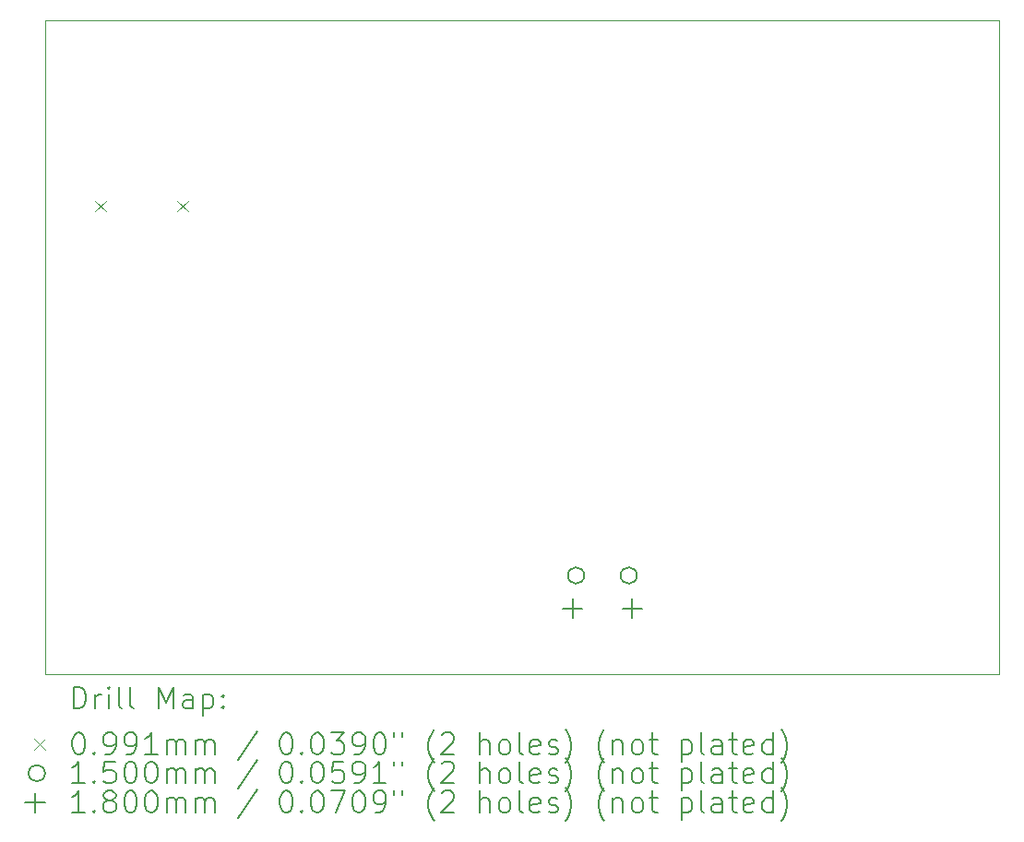
<source format=gbr>
%TF.GenerationSoftware,KiCad,Pcbnew,8.0.0*%
%TF.CreationDate,2024-03-17T16:54:24+01:00*%
%TF.ProjectId,soundgun,736f756e-6467-4756-9e2e-6b696361645f,rev?*%
%TF.SameCoordinates,Original*%
%TF.FileFunction,Drillmap*%
%TF.FilePolarity,Positive*%
%FSLAX45Y45*%
G04 Gerber Fmt 4.5, Leading zero omitted, Abs format (unit mm)*
G04 Created by KiCad (PCBNEW 8.0.0) date 2024-03-17 16:54:24*
%MOMM*%
%LPD*%
G01*
G04 APERTURE LIST*
%ADD10C,0.100000*%
%ADD11C,0.200000*%
%ADD12C,0.150000*%
%ADD13C,0.180000*%
G04 APERTURE END LIST*
D10*
X8000000Y-6000000D02*
X16750000Y-6000000D01*
X16750000Y-12000000D01*
X8000000Y-12000000D01*
X8000000Y-6000000D01*
D11*
D10*
X8456421Y-7654513D02*
X8555481Y-7753573D01*
X8555481Y-7654513D02*
X8456421Y-7753573D01*
X9206421Y-7654513D02*
X9305481Y-7753573D01*
X9305481Y-7654513D02*
X9206421Y-7753573D01*
D12*
X12943500Y-11094000D02*
G75*
G02*
X12793500Y-11094000I-75000J0D01*
G01*
X12793500Y-11094000D02*
G75*
G02*
X12943500Y-11094000I75000J0D01*
G01*
X13428500Y-11094000D02*
G75*
G02*
X13278500Y-11094000I-75000J0D01*
G01*
X13278500Y-11094000D02*
G75*
G02*
X13428500Y-11094000I75000J0D01*
G01*
D13*
X12838500Y-11307000D02*
X12838500Y-11487000D01*
X12748500Y-11397000D02*
X12928500Y-11397000D01*
X13383500Y-11307000D02*
X13383500Y-11487000D01*
X13293500Y-11397000D02*
X13473500Y-11397000D01*
D11*
X8255777Y-12316484D02*
X8255777Y-12116484D01*
X8255777Y-12116484D02*
X8303396Y-12116484D01*
X8303396Y-12116484D02*
X8331967Y-12126008D01*
X8331967Y-12126008D02*
X8351015Y-12145055D01*
X8351015Y-12145055D02*
X8360539Y-12164103D01*
X8360539Y-12164103D02*
X8370062Y-12202198D01*
X8370062Y-12202198D02*
X8370062Y-12230769D01*
X8370062Y-12230769D02*
X8360539Y-12268865D01*
X8360539Y-12268865D02*
X8351015Y-12287912D01*
X8351015Y-12287912D02*
X8331967Y-12306960D01*
X8331967Y-12306960D02*
X8303396Y-12316484D01*
X8303396Y-12316484D02*
X8255777Y-12316484D01*
X8455777Y-12316484D02*
X8455777Y-12183150D01*
X8455777Y-12221246D02*
X8465301Y-12202198D01*
X8465301Y-12202198D02*
X8474824Y-12192674D01*
X8474824Y-12192674D02*
X8493872Y-12183150D01*
X8493872Y-12183150D02*
X8512920Y-12183150D01*
X8579586Y-12316484D02*
X8579586Y-12183150D01*
X8579586Y-12116484D02*
X8570063Y-12126008D01*
X8570063Y-12126008D02*
X8579586Y-12135531D01*
X8579586Y-12135531D02*
X8589110Y-12126008D01*
X8589110Y-12126008D02*
X8579586Y-12116484D01*
X8579586Y-12116484D02*
X8579586Y-12135531D01*
X8703396Y-12316484D02*
X8684348Y-12306960D01*
X8684348Y-12306960D02*
X8674824Y-12287912D01*
X8674824Y-12287912D02*
X8674824Y-12116484D01*
X8808158Y-12316484D02*
X8789110Y-12306960D01*
X8789110Y-12306960D02*
X8779586Y-12287912D01*
X8779586Y-12287912D02*
X8779586Y-12116484D01*
X9036729Y-12316484D02*
X9036729Y-12116484D01*
X9036729Y-12116484D02*
X9103396Y-12259341D01*
X9103396Y-12259341D02*
X9170063Y-12116484D01*
X9170063Y-12116484D02*
X9170063Y-12316484D01*
X9351015Y-12316484D02*
X9351015Y-12211722D01*
X9351015Y-12211722D02*
X9341491Y-12192674D01*
X9341491Y-12192674D02*
X9322444Y-12183150D01*
X9322444Y-12183150D02*
X9284348Y-12183150D01*
X9284348Y-12183150D02*
X9265301Y-12192674D01*
X9351015Y-12306960D02*
X9331967Y-12316484D01*
X9331967Y-12316484D02*
X9284348Y-12316484D01*
X9284348Y-12316484D02*
X9265301Y-12306960D01*
X9265301Y-12306960D02*
X9255777Y-12287912D01*
X9255777Y-12287912D02*
X9255777Y-12268865D01*
X9255777Y-12268865D02*
X9265301Y-12249817D01*
X9265301Y-12249817D02*
X9284348Y-12240293D01*
X9284348Y-12240293D02*
X9331967Y-12240293D01*
X9331967Y-12240293D02*
X9351015Y-12230769D01*
X9446253Y-12183150D02*
X9446253Y-12383150D01*
X9446253Y-12192674D02*
X9465301Y-12183150D01*
X9465301Y-12183150D02*
X9503396Y-12183150D01*
X9503396Y-12183150D02*
X9522444Y-12192674D01*
X9522444Y-12192674D02*
X9531967Y-12202198D01*
X9531967Y-12202198D02*
X9541491Y-12221246D01*
X9541491Y-12221246D02*
X9541491Y-12278388D01*
X9541491Y-12278388D02*
X9531967Y-12297436D01*
X9531967Y-12297436D02*
X9522444Y-12306960D01*
X9522444Y-12306960D02*
X9503396Y-12316484D01*
X9503396Y-12316484D02*
X9465301Y-12316484D01*
X9465301Y-12316484D02*
X9446253Y-12306960D01*
X9627205Y-12297436D02*
X9636729Y-12306960D01*
X9636729Y-12306960D02*
X9627205Y-12316484D01*
X9627205Y-12316484D02*
X9617682Y-12306960D01*
X9617682Y-12306960D02*
X9627205Y-12297436D01*
X9627205Y-12297436D02*
X9627205Y-12316484D01*
X9627205Y-12192674D02*
X9636729Y-12202198D01*
X9636729Y-12202198D02*
X9627205Y-12211722D01*
X9627205Y-12211722D02*
X9617682Y-12202198D01*
X9617682Y-12202198D02*
X9627205Y-12192674D01*
X9627205Y-12192674D02*
X9627205Y-12211722D01*
D10*
X7895940Y-12595470D02*
X7995000Y-12694530D01*
X7995000Y-12595470D02*
X7895940Y-12694530D01*
D11*
X8293872Y-12536484D02*
X8312920Y-12536484D01*
X8312920Y-12536484D02*
X8331967Y-12546008D01*
X8331967Y-12546008D02*
X8341491Y-12555531D01*
X8341491Y-12555531D02*
X8351015Y-12574579D01*
X8351015Y-12574579D02*
X8360539Y-12612674D01*
X8360539Y-12612674D02*
X8360539Y-12660293D01*
X8360539Y-12660293D02*
X8351015Y-12698388D01*
X8351015Y-12698388D02*
X8341491Y-12717436D01*
X8341491Y-12717436D02*
X8331967Y-12726960D01*
X8331967Y-12726960D02*
X8312920Y-12736484D01*
X8312920Y-12736484D02*
X8293872Y-12736484D01*
X8293872Y-12736484D02*
X8274824Y-12726960D01*
X8274824Y-12726960D02*
X8265301Y-12717436D01*
X8265301Y-12717436D02*
X8255777Y-12698388D01*
X8255777Y-12698388D02*
X8246253Y-12660293D01*
X8246253Y-12660293D02*
X8246253Y-12612674D01*
X8246253Y-12612674D02*
X8255777Y-12574579D01*
X8255777Y-12574579D02*
X8265301Y-12555531D01*
X8265301Y-12555531D02*
X8274824Y-12546008D01*
X8274824Y-12546008D02*
X8293872Y-12536484D01*
X8446253Y-12717436D02*
X8455777Y-12726960D01*
X8455777Y-12726960D02*
X8446253Y-12736484D01*
X8446253Y-12736484D02*
X8436729Y-12726960D01*
X8436729Y-12726960D02*
X8446253Y-12717436D01*
X8446253Y-12717436D02*
X8446253Y-12736484D01*
X8551015Y-12736484D02*
X8589110Y-12736484D01*
X8589110Y-12736484D02*
X8608158Y-12726960D01*
X8608158Y-12726960D02*
X8617682Y-12717436D01*
X8617682Y-12717436D02*
X8636729Y-12688865D01*
X8636729Y-12688865D02*
X8646253Y-12650769D01*
X8646253Y-12650769D02*
X8646253Y-12574579D01*
X8646253Y-12574579D02*
X8636729Y-12555531D01*
X8636729Y-12555531D02*
X8627205Y-12546008D01*
X8627205Y-12546008D02*
X8608158Y-12536484D01*
X8608158Y-12536484D02*
X8570063Y-12536484D01*
X8570063Y-12536484D02*
X8551015Y-12546008D01*
X8551015Y-12546008D02*
X8541491Y-12555531D01*
X8541491Y-12555531D02*
X8531967Y-12574579D01*
X8531967Y-12574579D02*
X8531967Y-12622198D01*
X8531967Y-12622198D02*
X8541491Y-12641246D01*
X8541491Y-12641246D02*
X8551015Y-12650769D01*
X8551015Y-12650769D02*
X8570063Y-12660293D01*
X8570063Y-12660293D02*
X8608158Y-12660293D01*
X8608158Y-12660293D02*
X8627205Y-12650769D01*
X8627205Y-12650769D02*
X8636729Y-12641246D01*
X8636729Y-12641246D02*
X8646253Y-12622198D01*
X8741491Y-12736484D02*
X8779586Y-12736484D01*
X8779586Y-12736484D02*
X8798634Y-12726960D01*
X8798634Y-12726960D02*
X8808158Y-12717436D01*
X8808158Y-12717436D02*
X8827205Y-12688865D01*
X8827205Y-12688865D02*
X8836729Y-12650769D01*
X8836729Y-12650769D02*
X8836729Y-12574579D01*
X8836729Y-12574579D02*
X8827205Y-12555531D01*
X8827205Y-12555531D02*
X8817682Y-12546008D01*
X8817682Y-12546008D02*
X8798634Y-12536484D01*
X8798634Y-12536484D02*
X8760539Y-12536484D01*
X8760539Y-12536484D02*
X8741491Y-12546008D01*
X8741491Y-12546008D02*
X8731967Y-12555531D01*
X8731967Y-12555531D02*
X8722444Y-12574579D01*
X8722444Y-12574579D02*
X8722444Y-12622198D01*
X8722444Y-12622198D02*
X8731967Y-12641246D01*
X8731967Y-12641246D02*
X8741491Y-12650769D01*
X8741491Y-12650769D02*
X8760539Y-12660293D01*
X8760539Y-12660293D02*
X8798634Y-12660293D01*
X8798634Y-12660293D02*
X8817682Y-12650769D01*
X8817682Y-12650769D02*
X8827205Y-12641246D01*
X8827205Y-12641246D02*
X8836729Y-12622198D01*
X9027205Y-12736484D02*
X8912920Y-12736484D01*
X8970063Y-12736484D02*
X8970063Y-12536484D01*
X8970063Y-12536484D02*
X8951015Y-12565055D01*
X8951015Y-12565055D02*
X8931967Y-12584103D01*
X8931967Y-12584103D02*
X8912920Y-12593627D01*
X9112920Y-12736484D02*
X9112920Y-12603150D01*
X9112920Y-12622198D02*
X9122444Y-12612674D01*
X9122444Y-12612674D02*
X9141491Y-12603150D01*
X9141491Y-12603150D02*
X9170063Y-12603150D01*
X9170063Y-12603150D02*
X9189110Y-12612674D01*
X9189110Y-12612674D02*
X9198634Y-12631722D01*
X9198634Y-12631722D02*
X9198634Y-12736484D01*
X9198634Y-12631722D02*
X9208158Y-12612674D01*
X9208158Y-12612674D02*
X9227205Y-12603150D01*
X9227205Y-12603150D02*
X9255777Y-12603150D01*
X9255777Y-12603150D02*
X9274825Y-12612674D01*
X9274825Y-12612674D02*
X9284348Y-12631722D01*
X9284348Y-12631722D02*
X9284348Y-12736484D01*
X9379586Y-12736484D02*
X9379586Y-12603150D01*
X9379586Y-12622198D02*
X9389110Y-12612674D01*
X9389110Y-12612674D02*
X9408158Y-12603150D01*
X9408158Y-12603150D02*
X9436729Y-12603150D01*
X9436729Y-12603150D02*
X9455777Y-12612674D01*
X9455777Y-12612674D02*
X9465301Y-12631722D01*
X9465301Y-12631722D02*
X9465301Y-12736484D01*
X9465301Y-12631722D02*
X9474825Y-12612674D01*
X9474825Y-12612674D02*
X9493872Y-12603150D01*
X9493872Y-12603150D02*
X9522444Y-12603150D01*
X9522444Y-12603150D02*
X9541491Y-12612674D01*
X9541491Y-12612674D02*
X9551015Y-12631722D01*
X9551015Y-12631722D02*
X9551015Y-12736484D01*
X9941491Y-12526960D02*
X9770063Y-12784103D01*
X10198634Y-12536484D02*
X10217682Y-12536484D01*
X10217682Y-12536484D02*
X10236729Y-12546008D01*
X10236729Y-12546008D02*
X10246253Y-12555531D01*
X10246253Y-12555531D02*
X10255777Y-12574579D01*
X10255777Y-12574579D02*
X10265301Y-12612674D01*
X10265301Y-12612674D02*
X10265301Y-12660293D01*
X10265301Y-12660293D02*
X10255777Y-12698388D01*
X10255777Y-12698388D02*
X10246253Y-12717436D01*
X10246253Y-12717436D02*
X10236729Y-12726960D01*
X10236729Y-12726960D02*
X10217682Y-12736484D01*
X10217682Y-12736484D02*
X10198634Y-12736484D01*
X10198634Y-12736484D02*
X10179587Y-12726960D01*
X10179587Y-12726960D02*
X10170063Y-12717436D01*
X10170063Y-12717436D02*
X10160539Y-12698388D01*
X10160539Y-12698388D02*
X10151015Y-12660293D01*
X10151015Y-12660293D02*
X10151015Y-12612674D01*
X10151015Y-12612674D02*
X10160539Y-12574579D01*
X10160539Y-12574579D02*
X10170063Y-12555531D01*
X10170063Y-12555531D02*
X10179587Y-12546008D01*
X10179587Y-12546008D02*
X10198634Y-12536484D01*
X10351015Y-12717436D02*
X10360539Y-12726960D01*
X10360539Y-12726960D02*
X10351015Y-12736484D01*
X10351015Y-12736484D02*
X10341491Y-12726960D01*
X10341491Y-12726960D02*
X10351015Y-12717436D01*
X10351015Y-12717436D02*
X10351015Y-12736484D01*
X10484348Y-12536484D02*
X10503396Y-12536484D01*
X10503396Y-12536484D02*
X10522444Y-12546008D01*
X10522444Y-12546008D02*
X10531968Y-12555531D01*
X10531968Y-12555531D02*
X10541491Y-12574579D01*
X10541491Y-12574579D02*
X10551015Y-12612674D01*
X10551015Y-12612674D02*
X10551015Y-12660293D01*
X10551015Y-12660293D02*
X10541491Y-12698388D01*
X10541491Y-12698388D02*
X10531968Y-12717436D01*
X10531968Y-12717436D02*
X10522444Y-12726960D01*
X10522444Y-12726960D02*
X10503396Y-12736484D01*
X10503396Y-12736484D02*
X10484348Y-12736484D01*
X10484348Y-12736484D02*
X10465301Y-12726960D01*
X10465301Y-12726960D02*
X10455777Y-12717436D01*
X10455777Y-12717436D02*
X10446253Y-12698388D01*
X10446253Y-12698388D02*
X10436729Y-12660293D01*
X10436729Y-12660293D02*
X10436729Y-12612674D01*
X10436729Y-12612674D02*
X10446253Y-12574579D01*
X10446253Y-12574579D02*
X10455777Y-12555531D01*
X10455777Y-12555531D02*
X10465301Y-12546008D01*
X10465301Y-12546008D02*
X10484348Y-12536484D01*
X10617682Y-12536484D02*
X10741491Y-12536484D01*
X10741491Y-12536484D02*
X10674825Y-12612674D01*
X10674825Y-12612674D02*
X10703396Y-12612674D01*
X10703396Y-12612674D02*
X10722444Y-12622198D01*
X10722444Y-12622198D02*
X10731968Y-12631722D01*
X10731968Y-12631722D02*
X10741491Y-12650769D01*
X10741491Y-12650769D02*
X10741491Y-12698388D01*
X10741491Y-12698388D02*
X10731968Y-12717436D01*
X10731968Y-12717436D02*
X10722444Y-12726960D01*
X10722444Y-12726960D02*
X10703396Y-12736484D01*
X10703396Y-12736484D02*
X10646253Y-12736484D01*
X10646253Y-12736484D02*
X10627206Y-12726960D01*
X10627206Y-12726960D02*
X10617682Y-12717436D01*
X10836729Y-12736484D02*
X10874825Y-12736484D01*
X10874825Y-12736484D02*
X10893872Y-12726960D01*
X10893872Y-12726960D02*
X10903396Y-12717436D01*
X10903396Y-12717436D02*
X10922444Y-12688865D01*
X10922444Y-12688865D02*
X10931968Y-12650769D01*
X10931968Y-12650769D02*
X10931968Y-12574579D01*
X10931968Y-12574579D02*
X10922444Y-12555531D01*
X10922444Y-12555531D02*
X10912920Y-12546008D01*
X10912920Y-12546008D02*
X10893872Y-12536484D01*
X10893872Y-12536484D02*
X10855777Y-12536484D01*
X10855777Y-12536484D02*
X10836729Y-12546008D01*
X10836729Y-12546008D02*
X10827206Y-12555531D01*
X10827206Y-12555531D02*
X10817682Y-12574579D01*
X10817682Y-12574579D02*
X10817682Y-12622198D01*
X10817682Y-12622198D02*
X10827206Y-12641246D01*
X10827206Y-12641246D02*
X10836729Y-12650769D01*
X10836729Y-12650769D02*
X10855777Y-12660293D01*
X10855777Y-12660293D02*
X10893872Y-12660293D01*
X10893872Y-12660293D02*
X10912920Y-12650769D01*
X10912920Y-12650769D02*
X10922444Y-12641246D01*
X10922444Y-12641246D02*
X10931968Y-12622198D01*
X11055777Y-12536484D02*
X11074825Y-12536484D01*
X11074825Y-12536484D02*
X11093872Y-12546008D01*
X11093872Y-12546008D02*
X11103396Y-12555531D01*
X11103396Y-12555531D02*
X11112920Y-12574579D01*
X11112920Y-12574579D02*
X11122444Y-12612674D01*
X11122444Y-12612674D02*
X11122444Y-12660293D01*
X11122444Y-12660293D02*
X11112920Y-12698388D01*
X11112920Y-12698388D02*
X11103396Y-12717436D01*
X11103396Y-12717436D02*
X11093872Y-12726960D01*
X11093872Y-12726960D02*
X11074825Y-12736484D01*
X11074825Y-12736484D02*
X11055777Y-12736484D01*
X11055777Y-12736484D02*
X11036729Y-12726960D01*
X11036729Y-12726960D02*
X11027206Y-12717436D01*
X11027206Y-12717436D02*
X11017682Y-12698388D01*
X11017682Y-12698388D02*
X11008158Y-12660293D01*
X11008158Y-12660293D02*
X11008158Y-12612674D01*
X11008158Y-12612674D02*
X11017682Y-12574579D01*
X11017682Y-12574579D02*
X11027206Y-12555531D01*
X11027206Y-12555531D02*
X11036729Y-12546008D01*
X11036729Y-12546008D02*
X11055777Y-12536484D01*
X11198634Y-12536484D02*
X11198634Y-12574579D01*
X11274825Y-12536484D02*
X11274825Y-12574579D01*
X11570063Y-12812674D02*
X11560539Y-12803150D01*
X11560539Y-12803150D02*
X11541491Y-12774579D01*
X11541491Y-12774579D02*
X11531968Y-12755531D01*
X11531968Y-12755531D02*
X11522444Y-12726960D01*
X11522444Y-12726960D02*
X11512920Y-12679341D01*
X11512920Y-12679341D02*
X11512920Y-12641246D01*
X11512920Y-12641246D02*
X11522444Y-12593627D01*
X11522444Y-12593627D02*
X11531968Y-12565055D01*
X11531968Y-12565055D02*
X11541491Y-12546008D01*
X11541491Y-12546008D02*
X11560539Y-12517436D01*
X11560539Y-12517436D02*
X11570063Y-12507912D01*
X11636729Y-12555531D02*
X11646253Y-12546008D01*
X11646253Y-12546008D02*
X11665301Y-12536484D01*
X11665301Y-12536484D02*
X11712920Y-12536484D01*
X11712920Y-12536484D02*
X11731968Y-12546008D01*
X11731968Y-12546008D02*
X11741491Y-12555531D01*
X11741491Y-12555531D02*
X11751015Y-12574579D01*
X11751015Y-12574579D02*
X11751015Y-12593627D01*
X11751015Y-12593627D02*
X11741491Y-12622198D01*
X11741491Y-12622198D02*
X11627206Y-12736484D01*
X11627206Y-12736484D02*
X11751015Y-12736484D01*
X11989110Y-12736484D02*
X11989110Y-12536484D01*
X12074825Y-12736484D02*
X12074825Y-12631722D01*
X12074825Y-12631722D02*
X12065301Y-12612674D01*
X12065301Y-12612674D02*
X12046253Y-12603150D01*
X12046253Y-12603150D02*
X12017682Y-12603150D01*
X12017682Y-12603150D02*
X11998634Y-12612674D01*
X11998634Y-12612674D02*
X11989110Y-12622198D01*
X12198634Y-12736484D02*
X12179587Y-12726960D01*
X12179587Y-12726960D02*
X12170063Y-12717436D01*
X12170063Y-12717436D02*
X12160539Y-12698388D01*
X12160539Y-12698388D02*
X12160539Y-12641246D01*
X12160539Y-12641246D02*
X12170063Y-12622198D01*
X12170063Y-12622198D02*
X12179587Y-12612674D01*
X12179587Y-12612674D02*
X12198634Y-12603150D01*
X12198634Y-12603150D02*
X12227206Y-12603150D01*
X12227206Y-12603150D02*
X12246253Y-12612674D01*
X12246253Y-12612674D02*
X12255777Y-12622198D01*
X12255777Y-12622198D02*
X12265301Y-12641246D01*
X12265301Y-12641246D02*
X12265301Y-12698388D01*
X12265301Y-12698388D02*
X12255777Y-12717436D01*
X12255777Y-12717436D02*
X12246253Y-12726960D01*
X12246253Y-12726960D02*
X12227206Y-12736484D01*
X12227206Y-12736484D02*
X12198634Y-12736484D01*
X12379587Y-12736484D02*
X12360539Y-12726960D01*
X12360539Y-12726960D02*
X12351015Y-12707912D01*
X12351015Y-12707912D02*
X12351015Y-12536484D01*
X12531968Y-12726960D02*
X12512920Y-12736484D01*
X12512920Y-12736484D02*
X12474825Y-12736484D01*
X12474825Y-12736484D02*
X12455777Y-12726960D01*
X12455777Y-12726960D02*
X12446253Y-12707912D01*
X12446253Y-12707912D02*
X12446253Y-12631722D01*
X12446253Y-12631722D02*
X12455777Y-12612674D01*
X12455777Y-12612674D02*
X12474825Y-12603150D01*
X12474825Y-12603150D02*
X12512920Y-12603150D01*
X12512920Y-12603150D02*
X12531968Y-12612674D01*
X12531968Y-12612674D02*
X12541491Y-12631722D01*
X12541491Y-12631722D02*
X12541491Y-12650769D01*
X12541491Y-12650769D02*
X12446253Y-12669817D01*
X12617682Y-12726960D02*
X12636730Y-12736484D01*
X12636730Y-12736484D02*
X12674825Y-12736484D01*
X12674825Y-12736484D02*
X12693872Y-12726960D01*
X12693872Y-12726960D02*
X12703396Y-12707912D01*
X12703396Y-12707912D02*
X12703396Y-12698388D01*
X12703396Y-12698388D02*
X12693872Y-12679341D01*
X12693872Y-12679341D02*
X12674825Y-12669817D01*
X12674825Y-12669817D02*
X12646253Y-12669817D01*
X12646253Y-12669817D02*
X12627206Y-12660293D01*
X12627206Y-12660293D02*
X12617682Y-12641246D01*
X12617682Y-12641246D02*
X12617682Y-12631722D01*
X12617682Y-12631722D02*
X12627206Y-12612674D01*
X12627206Y-12612674D02*
X12646253Y-12603150D01*
X12646253Y-12603150D02*
X12674825Y-12603150D01*
X12674825Y-12603150D02*
X12693872Y-12612674D01*
X12770063Y-12812674D02*
X12779587Y-12803150D01*
X12779587Y-12803150D02*
X12798634Y-12774579D01*
X12798634Y-12774579D02*
X12808158Y-12755531D01*
X12808158Y-12755531D02*
X12817682Y-12726960D01*
X12817682Y-12726960D02*
X12827206Y-12679341D01*
X12827206Y-12679341D02*
X12827206Y-12641246D01*
X12827206Y-12641246D02*
X12817682Y-12593627D01*
X12817682Y-12593627D02*
X12808158Y-12565055D01*
X12808158Y-12565055D02*
X12798634Y-12546008D01*
X12798634Y-12546008D02*
X12779587Y-12517436D01*
X12779587Y-12517436D02*
X12770063Y-12507912D01*
X13131968Y-12812674D02*
X13122444Y-12803150D01*
X13122444Y-12803150D02*
X13103396Y-12774579D01*
X13103396Y-12774579D02*
X13093872Y-12755531D01*
X13093872Y-12755531D02*
X13084349Y-12726960D01*
X13084349Y-12726960D02*
X13074825Y-12679341D01*
X13074825Y-12679341D02*
X13074825Y-12641246D01*
X13074825Y-12641246D02*
X13084349Y-12593627D01*
X13084349Y-12593627D02*
X13093872Y-12565055D01*
X13093872Y-12565055D02*
X13103396Y-12546008D01*
X13103396Y-12546008D02*
X13122444Y-12517436D01*
X13122444Y-12517436D02*
X13131968Y-12507912D01*
X13208158Y-12603150D02*
X13208158Y-12736484D01*
X13208158Y-12622198D02*
X13217682Y-12612674D01*
X13217682Y-12612674D02*
X13236730Y-12603150D01*
X13236730Y-12603150D02*
X13265301Y-12603150D01*
X13265301Y-12603150D02*
X13284349Y-12612674D01*
X13284349Y-12612674D02*
X13293872Y-12631722D01*
X13293872Y-12631722D02*
X13293872Y-12736484D01*
X13417682Y-12736484D02*
X13398634Y-12726960D01*
X13398634Y-12726960D02*
X13389111Y-12717436D01*
X13389111Y-12717436D02*
X13379587Y-12698388D01*
X13379587Y-12698388D02*
X13379587Y-12641246D01*
X13379587Y-12641246D02*
X13389111Y-12622198D01*
X13389111Y-12622198D02*
X13398634Y-12612674D01*
X13398634Y-12612674D02*
X13417682Y-12603150D01*
X13417682Y-12603150D02*
X13446253Y-12603150D01*
X13446253Y-12603150D02*
X13465301Y-12612674D01*
X13465301Y-12612674D02*
X13474825Y-12622198D01*
X13474825Y-12622198D02*
X13484349Y-12641246D01*
X13484349Y-12641246D02*
X13484349Y-12698388D01*
X13484349Y-12698388D02*
X13474825Y-12717436D01*
X13474825Y-12717436D02*
X13465301Y-12726960D01*
X13465301Y-12726960D02*
X13446253Y-12736484D01*
X13446253Y-12736484D02*
X13417682Y-12736484D01*
X13541492Y-12603150D02*
X13617682Y-12603150D01*
X13570063Y-12536484D02*
X13570063Y-12707912D01*
X13570063Y-12707912D02*
X13579587Y-12726960D01*
X13579587Y-12726960D02*
X13598634Y-12736484D01*
X13598634Y-12736484D02*
X13617682Y-12736484D01*
X13836730Y-12603150D02*
X13836730Y-12803150D01*
X13836730Y-12612674D02*
X13855777Y-12603150D01*
X13855777Y-12603150D02*
X13893873Y-12603150D01*
X13893873Y-12603150D02*
X13912920Y-12612674D01*
X13912920Y-12612674D02*
X13922444Y-12622198D01*
X13922444Y-12622198D02*
X13931968Y-12641246D01*
X13931968Y-12641246D02*
X13931968Y-12698388D01*
X13931968Y-12698388D02*
X13922444Y-12717436D01*
X13922444Y-12717436D02*
X13912920Y-12726960D01*
X13912920Y-12726960D02*
X13893873Y-12736484D01*
X13893873Y-12736484D02*
X13855777Y-12736484D01*
X13855777Y-12736484D02*
X13836730Y-12726960D01*
X14046253Y-12736484D02*
X14027206Y-12726960D01*
X14027206Y-12726960D02*
X14017682Y-12707912D01*
X14017682Y-12707912D02*
X14017682Y-12536484D01*
X14208158Y-12736484D02*
X14208158Y-12631722D01*
X14208158Y-12631722D02*
X14198634Y-12612674D01*
X14198634Y-12612674D02*
X14179587Y-12603150D01*
X14179587Y-12603150D02*
X14141492Y-12603150D01*
X14141492Y-12603150D02*
X14122444Y-12612674D01*
X14208158Y-12726960D02*
X14189111Y-12736484D01*
X14189111Y-12736484D02*
X14141492Y-12736484D01*
X14141492Y-12736484D02*
X14122444Y-12726960D01*
X14122444Y-12726960D02*
X14112920Y-12707912D01*
X14112920Y-12707912D02*
X14112920Y-12688865D01*
X14112920Y-12688865D02*
X14122444Y-12669817D01*
X14122444Y-12669817D02*
X14141492Y-12660293D01*
X14141492Y-12660293D02*
X14189111Y-12660293D01*
X14189111Y-12660293D02*
X14208158Y-12650769D01*
X14274825Y-12603150D02*
X14351015Y-12603150D01*
X14303396Y-12536484D02*
X14303396Y-12707912D01*
X14303396Y-12707912D02*
X14312920Y-12726960D01*
X14312920Y-12726960D02*
X14331968Y-12736484D01*
X14331968Y-12736484D02*
X14351015Y-12736484D01*
X14493873Y-12726960D02*
X14474825Y-12736484D01*
X14474825Y-12736484D02*
X14436730Y-12736484D01*
X14436730Y-12736484D02*
X14417682Y-12726960D01*
X14417682Y-12726960D02*
X14408158Y-12707912D01*
X14408158Y-12707912D02*
X14408158Y-12631722D01*
X14408158Y-12631722D02*
X14417682Y-12612674D01*
X14417682Y-12612674D02*
X14436730Y-12603150D01*
X14436730Y-12603150D02*
X14474825Y-12603150D01*
X14474825Y-12603150D02*
X14493873Y-12612674D01*
X14493873Y-12612674D02*
X14503396Y-12631722D01*
X14503396Y-12631722D02*
X14503396Y-12650769D01*
X14503396Y-12650769D02*
X14408158Y-12669817D01*
X14674825Y-12736484D02*
X14674825Y-12536484D01*
X14674825Y-12726960D02*
X14655777Y-12736484D01*
X14655777Y-12736484D02*
X14617682Y-12736484D01*
X14617682Y-12736484D02*
X14598634Y-12726960D01*
X14598634Y-12726960D02*
X14589111Y-12717436D01*
X14589111Y-12717436D02*
X14579587Y-12698388D01*
X14579587Y-12698388D02*
X14579587Y-12641246D01*
X14579587Y-12641246D02*
X14589111Y-12622198D01*
X14589111Y-12622198D02*
X14598634Y-12612674D01*
X14598634Y-12612674D02*
X14617682Y-12603150D01*
X14617682Y-12603150D02*
X14655777Y-12603150D01*
X14655777Y-12603150D02*
X14674825Y-12612674D01*
X14751015Y-12812674D02*
X14760539Y-12803150D01*
X14760539Y-12803150D02*
X14779587Y-12774579D01*
X14779587Y-12774579D02*
X14789111Y-12755531D01*
X14789111Y-12755531D02*
X14798634Y-12726960D01*
X14798634Y-12726960D02*
X14808158Y-12679341D01*
X14808158Y-12679341D02*
X14808158Y-12641246D01*
X14808158Y-12641246D02*
X14798634Y-12593627D01*
X14798634Y-12593627D02*
X14789111Y-12565055D01*
X14789111Y-12565055D02*
X14779587Y-12546008D01*
X14779587Y-12546008D02*
X14760539Y-12517436D01*
X14760539Y-12517436D02*
X14751015Y-12507912D01*
D12*
X7995000Y-12909000D02*
G75*
G02*
X7845000Y-12909000I-75000J0D01*
G01*
X7845000Y-12909000D02*
G75*
G02*
X7995000Y-12909000I75000J0D01*
G01*
D11*
X8360539Y-13000484D02*
X8246253Y-13000484D01*
X8303396Y-13000484D02*
X8303396Y-12800484D01*
X8303396Y-12800484D02*
X8284348Y-12829055D01*
X8284348Y-12829055D02*
X8265301Y-12848103D01*
X8265301Y-12848103D02*
X8246253Y-12857627D01*
X8446253Y-12981436D02*
X8455777Y-12990960D01*
X8455777Y-12990960D02*
X8446253Y-13000484D01*
X8446253Y-13000484D02*
X8436729Y-12990960D01*
X8436729Y-12990960D02*
X8446253Y-12981436D01*
X8446253Y-12981436D02*
X8446253Y-13000484D01*
X8636729Y-12800484D02*
X8541491Y-12800484D01*
X8541491Y-12800484D02*
X8531967Y-12895722D01*
X8531967Y-12895722D02*
X8541491Y-12886198D01*
X8541491Y-12886198D02*
X8560539Y-12876674D01*
X8560539Y-12876674D02*
X8608158Y-12876674D01*
X8608158Y-12876674D02*
X8627205Y-12886198D01*
X8627205Y-12886198D02*
X8636729Y-12895722D01*
X8636729Y-12895722D02*
X8646253Y-12914769D01*
X8646253Y-12914769D02*
X8646253Y-12962388D01*
X8646253Y-12962388D02*
X8636729Y-12981436D01*
X8636729Y-12981436D02*
X8627205Y-12990960D01*
X8627205Y-12990960D02*
X8608158Y-13000484D01*
X8608158Y-13000484D02*
X8560539Y-13000484D01*
X8560539Y-13000484D02*
X8541491Y-12990960D01*
X8541491Y-12990960D02*
X8531967Y-12981436D01*
X8770063Y-12800484D02*
X8789110Y-12800484D01*
X8789110Y-12800484D02*
X8808158Y-12810008D01*
X8808158Y-12810008D02*
X8817682Y-12819531D01*
X8817682Y-12819531D02*
X8827205Y-12838579D01*
X8827205Y-12838579D02*
X8836729Y-12876674D01*
X8836729Y-12876674D02*
X8836729Y-12924293D01*
X8836729Y-12924293D02*
X8827205Y-12962388D01*
X8827205Y-12962388D02*
X8817682Y-12981436D01*
X8817682Y-12981436D02*
X8808158Y-12990960D01*
X8808158Y-12990960D02*
X8789110Y-13000484D01*
X8789110Y-13000484D02*
X8770063Y-13000484D01*
X8770063Y-13000484D02*
X8751015Y-12990960D01*
X8751015Y-12990960D02*
X8741491Y-12981436D01*
X8741491Y-12981436D02*
X8731967Y-12962388D01*
X8731967Y-12962388D02*
X8722444Y-12924293D01*
X8722444Y-12924293D02*
X8722444Y-12876674D01*
X8722444Y-12876674D02*
X8731967Y-12838579D01*
X8731967Y-12838579D02*
X8741491Y-12819531D01*
X8741491Y-12819531D02*
X8751015Y-12810008D01*
X8751015Y-12810008D02*
X8770063Y-12800484D01*
X8960539Y-12800484D02*
X8979586Y-12800484D01*
X8979586Y-12800484D02*
X8998634Y-12810008D01*
X8998634Y-12810008D02*
X9008158Y-12819531D01*
X9008158Y-12819531D02*
X9017682Y-12838579D01*
X9017682Y-12838579D02*
X9027205Y-12876674D01*
X9027205Y-12876674D02*
X9027205Y-12924293D01*
X9027205Y-12924293D02*
X9017682Y-12962388D01*
X9017682Y-12962388D02*
X9008158Y-12981436D01*
X9008158Y-12981436D02*
X8998634Y-12990960D01*
X8998634Y-12990960D02*
X8979586Y-13000484D01*
X8979586Y-13000484D02*
X8960539Y-13000484D01*
X8960539Y-13000484D02*
X8941491Y-12990960D01*
X8941491Y-12990960D02*
X8931967Y-12981436D01*
X8931967Y-12981436D02*
X8922444Y-12962388D01*
X8922444Y-12962388D02*
X8912920Y-12924293D01*
X8912920Y-12924293D02*
X8912920Y-12876674D01*
X8912920Y-12876674D02*
X8922444Y-12838579D01*
X8922444Y-12838579D02*
X8931967Y-12819531D01*
X8931967Y-12819531D02*
X8941491Y-12810008D01*
X8941491Y-12810008D02*
X8960539Y-12800484D01*
X9112920Y-13000484D02*
X9112920Y-12867150D01*
X9112920Y-12886198D02*
X9122444Y-12876674D01*
X9122444Y-12876674D02*
X9141491Y-12867150D01*
X9141491Y-12867150D02*
X9170063Y-12867150D01*
X9170063Y-12867150D02*
X9189110Y-12876674D01*
X9189110Y-12876674D02*
X9198634Y-12895722D01*
X9198634Y-12895722D02*
X9198634Y-13000484D01*
X9198634Y-12895722D02*
X9208158Y-12876674D01*
X9208158Y-12876674D02*
X9227205Y-12867150D01*
X9227205Y-12867150D02*
X9255777Y-12867150D01*
X9255777Y-12867150D02*
X9274825Y-12876674D01*
X9274825Y-12876674D02*
X9284348Y-12895722D01*
X9284348Y-12895722D02*
X9284348Y-13000484D01*
X9379586Y-13000484D02*
X9379586Y-12867150D01*
X9379586Y-12886198D02*
X9389110Y-12876674D01*
X9389110Y-12876674D02*
X9408158Y-12867150D01*
X9408158Y-12867150D02*
X9436729Y-12867150D01*
X9436729Y-12867150D02*
X9455777Y-12876674D01*
X9455777Y-12876674D02*
X9465301Y-12895722D01*
X9465301Y-12895722D02*
X9465301Y-13000484D01*
X9465301Y-12895722D02*
X9474825Y-12876674D01*
X9474825Y-12876674D02*
X9493872Y-12867150D01*
X9493872Y-12867150D02*
X9522444Y-12867150D01*
X9522444Y-12867150D02*
X9541491Y-12876674D01*
X9541491Y-12876674D02*
X9551015Y-12895722D01*
X9551015Y-12895722D02*
X9551015Y-13000484D01*
X9941491Y-12790960D02*
X9770063Y-13048103D01*
X10198634Y-12800484D02*
X10217682Y-12800484D01*
X10217682Y-12800484D02*
X10236729Y-12810008D01*
X10236729Y-12810008D02*
X10246253Y-12819531D01*
X10246253Y-12819531D02*
X10255777Y-12838579D01*
X10255777Y-12838579D02*
X10265301Y-12876674D01*
X10265301Y-12876674D02*
X10265301Y-12924293D01*
X10265301Y-12924293D02*
X10255777Y-12962388D01*
X10255777Y-12962388D02*
X10246253Y-12981436D01*
X10246253Y-12981436D02*
X10236729Y-12990960D01*
X10236729Y-12990960D02*
X10217682Y-13000484D01*
X10217682Y-13000484D02*
X10198634Y-13000484D01*
X10198634Y-13000484D02*
X10179587Y-12990960D01*
X10179587Y-12990960D02*
X10170063Y-12981436D01*
X10170063Y-12981436D02*
X10160539Y-12962388D01*
X10160539Y-12962388D02*
X10151015Y-12924293D01*
X10151015Y-12924293D02*
X10151015Y-12876674D01*
X10151015Y-12876674D02*
X10160539Y-12838579D01*
X10160539Y-12838579D02*
X10170063Y-12819531D01*
X10170063Y-12819531D02*
X10179587Y-12810008D01*
X10179587Y-12810008D02*
X10198634Y-12800484D01*
X10351015Y-12981436D02*
X10360539Y-12990960D01*
X10360539Y-12990960D02*
X10351015Y-13000484D01*
X10351015Y-13000484D02*
X10341491Y-12990960D01*
X10341491Y-12990960D02*
X10351015Y-12981436D01*
X10351015Y-12981436D02*
X10351015Y-13000484D01*
X10484348Y-12800484D02*
X10503396Y-12800484D01*
X10503396Y-12800484D02*
X10522444Y-12810008D01*
X10522444Y-12810008D02*
X10531968Y-12819531D01*
X10531968Y-12819531D02*
X10541491Y-12838579D01*
X10541491Y-12838579D02*
X10551015Y-12876674D01*
X10551015Y-12876674D02*
X10551015Y-12924293D01*
X10551015Y-12924293D02*
X10541491Y-12962388D01*
X10541491Y-12962388D02*
X10531968Y-12981436D01*
X10531968Y-12981436D02*
X10522444Y-12990960D01*
X10522444Y-12990960D02*
X10503396Y-13000484D01*
X10503396Y-13000484D02*
X10484348Y-13000484D01*
X10484348Y-13000484D02*
X10465301Y-12990960D01*
X10465301Y-12990960D02*
X10455777Y-12981436D01*
X10455777Y-12981436D02*
X10446253Y-12962388D01*
X10446253Y-12962388D02*
X10436729Y-12924293D01*
X10436729Y-12924293D02*
X10436729Y-12876674D01*
X10436729Y-12876674D02*
X10446253Y-12838579D01*
X10446253Y-12838579D02*
X10455777Y-12819531D01*
X10455777Y-12819531D02*
X10465301Y-12810008D01*
X10465301Y-12810008D02*
X10484348Y-12800484D01*
X10731968Y-12800484D02*
X10636729Y-12800484D01*
X10636729Y-12800484D02*
X10627206Y-12895722D01*
X10627206Y-12895722D02*
X10636729Y-12886198D01*
X10636729Y-12886198D02*
X10655777Y-12876674D01*
X10655777Y-12876674D02*
X10703396Y-12876674D01*
X10703396Y-12876674D02*
X10722444Y-12886198D01*
X10722444Y-12886198D02*
X10731968Y-12895722D01*
X10731968Y-12895722D02*
X10741491Y-12914769D01*
X10741491Y-12914769D02*
X10741491Y-12962388D01*
X10741491Y-12962388D02*
X10731968Y-12981436D01*
X10731968Y-12981436D02*
X10722444Y-12990960D01*
X10722444Y-12990960D02*
X10703396Y-13000484D01*
X10703396Y-13000484D02*
X10655777Y-13000484D01*
X10655777Y-13000484D02*
X10636729Y-12990960D01*
X10636729Y-12990960D02*
X10627206Y-12981436D01*
X10836729Y-13000484D02*
X10874825Y-13000484D01*
X10874825Y-13000484D02*
X10893872Y-12990960D01*
X10893872Y-12990960D02*
X10903396Y-12981436D01*
X10903396Y-12981436D02*
X10922444Y-12952865D01*
X10922444Y-12952865D02*
X10931968Y-12914769D01*
X10931968Y-12914769D02*
X10931968Y-12838579D01*
X10931968Y-12838579D02*
X10922444Y-12819531D01*
X10922444Y-12819531D02*
X10912920Y-12810008D01*
X10912920Y-12810008D02*
X10893872Y-12800484D01*
X10893872Y-12800484D02*
X10855777Y-12800484D01*
X10855777Y-12800484D02*
X10836729Y-12810008D01*
X10836729Y-12810008D02*
X10827206Y-12819531D01*
X10827206Y-12819531D02*
X10817682Y-12838579D01*
X10817682Y-12838579D02*
X10817682Y-12886198D01*
X10817682Y-12886198D02*
X10827206Y-12905246D01*
X10827206Y-12905246D02*
X10836729Y-12914769D01*
X10836729Y-12914769D02*
X10855777Y-12924293D01*
X10855777Y-12924293D02*
X10893872Y-12924293D01*
X10893872Y-12924293D02*
X10912920Y-12914769D01*
X10912920Y-12914769D02*
X10922444Y-12905246D01*
X10922444Y-12905246D02*
X10931968Y-12886198D01*
X11122444Y-13000484D02*
X11008158Y-13000484D01*
X11065301Y-13000484D02*
X11065301Y-12800484D01*
X11065301Y-12800484D02*
X11046253Y-12829055D01*
X11046253Y-12829055D02*
X11027206Y-12848103D01*
X11027206Y-12848103D02*
X11008158Y-12857627D01*
X11198634Y-12800484D02*
X11198634Y-12838579D01*
X11274825Y-12800484D02*
X11274825Y-12838579D01*
X11570063Y-13076674D02*
X11560539Y-13067150D01*
X11560539Y-13067150D02*
X11541491Y-13038579D01*
X11541491Y-13038579D02*
X11531968Y-13019531D01*
X11531968Y-13019531D02*
X11522444Y-12990960D01*
X11522444Y-12990960D02*
X11512920Y-12943341D01*
X11512920Y-12943341D02*
X11512920Y-12905246D01*
X11512920Y-12905246D02*
X11522444Y-12857627D01*
X11522444Y-12857627D02*
X11531968Y-12829055D01*
X11531968Y-12829055D02*
X11541491Y-12810008D01*
X11541491Y-12810008D02*
X11560539Y-12781436D01*
X11560539Y-12781436D02*
X11570063Y-12771912D01*
X11636729Y-12819531D02*
X11646253Y-12810008D01*
X11646253Y-12810008D02*
X11665301Y-12800484D01*
X11665301Y-12800484D02*
X11712920Y-12800484D01*
X11712920Y-12800484D02*
X11731968Y-12810008D01*
X11731968Y-12810008D02*
X11741491Y-12819531D01*
X11741491Y-12819531D02*
X11751015Y-12838579D01*
X11751015Y-12838579D02*
X11751015Y-12857627D01*
X11751015Y-12857627D02*
X11741491Y-12886198D01*
X11741491Y-12886198D02*
X11627206Y-13000484D01*
X11627206Y-13000484D02*
X11751015Y-13000484D01*
X11989110Y-13000484D02*
X11989110Y-12800484D01*
X12074825Y-13000484D02*
X12074825Y-12895722D01*
X12074825Y-12895722D02*
X12065301Y-12876674D01*
X12065301Y-12876674D02*
X12046253Y-12867150D01*
X12046253Y-12867150D02*
X12017682Y-12867150D01*
X12017682Y-12867150D02*
X11998634Y-12876674D01*
X11998634Y-12876674D02*
X11989110Y-12886198D01*
X12198634Y-13000484D02*
X12179587Y-12990960D01*
X12179587Y-12990960D02*
X12170063Y-12981436D01*
X12170063Y-12981436D02*
X12160539Y-12962388D01*
X12160539Y-12962388D02*
X12160539Y-12905246D01*
X12160539Y-12905246D02*
X12170063Y-12886198D01*
X12170063Y-12886198D02*
X12179587Y-12876674D01*
X12179587Y-12876674D02*
X12198634Y-12867150D01*
X12198634Y-12867150D02*
X12227206Y-12867150D01*
X12227206Y-12867150D02*
X12246253Y-12876674D01*
X12246253Y-12876674D02*
X12255777Y-12886198D01*
X12255777Y-12886198D02*
X12265301Y-12905246D01*
X12265301Y-12905246D02*
X12265301Y-12962388D01*
X12265301Y-12962388D02*
X12255777Y-12981436D01*
X12255777Y-12981436D02*
X12246253Y-12990960D01*
X12246253Y-12990960D02*
X12227206Y-13000484D01*
X12227206Y-13000484D02*
X12198634Y-13000484D01*
X12379587Y-13000484D02*
X12360539Y-12990960D01*
X12360539Y-12990960D02*
X12351015Y-12971912D01*
X12351015Y-12971912D02*
X12351015Y-12800484D01*
X12531968Y-12990960D02*
X12512920Y-13000484D01*
X12512920Y-13000484D02*
X12474825Y-13000484D01*
X12474825Y-13000484D02*
X12455777Y-12990960D01*
X12455777Y-12990960D02*
X12446253Y-12971912D01*
X12446253Y-12971912D02*
X12446253Y-12895722D01*
X12446253Y-12895722D02*
X12455777Y-12876674D01*
X12455777Y-12876674D02*
X12474825Y-12867150D01*
X12474825Y-12867150D02*
X12512920Y-12867150D01*
X12512920Y-12867150D02*
X12531968Y-12876674D01*
X12531968Y-12876674D02*
X12541491Y-12895722D01*
X12541491Y-12895722D02*
X12541491Y-12914769D01*
X12541491Y-12914769D02*
X12446253Y-12933817D01*
X12617682Y-12990960D02*
X12636730Y-13000484D01*
X12636730Y-13000484D02*
X12674825Y-13000484D01*
X12674825Y-13000484D02*
X12693872Y-12990960D01*
X12693872Y-12990960D02*
X12703396Y-12971912D01*
X12703396Y-12971912D02*
X12703396Y-12962388D01*
X12703396Y-12962388D02*
X12693872Y-12943341D01*
X12693872Y-12943341D02*
X12674825Y-12933817D01*
X12674825Y-12933817D02*
X12646253Y-12933817D01*
X12646253Y-12933817D02*
X12627206Y-12924293D01*
X12627206Y-12924293D02*
X12617682Y-12905246D01*
X12617682Y-12905246D02*
X12617682Y-12895722D01*
X12617682Y-12895722D02*
X12627206Y-12876674D01*
X12627206Y-12876674D02*
X12646253Y-12867150D01*
X12646253Y-12867150D02*
X12674825Y-12867150D01*
X12674825Y-12867150D02*
X12693872Y-12876674D01*
X12770063Y-13076674D02*
X12779587Y-13067150D01*
X12779587Y-13067150D02*
X12798634Y-13038579D01*
X12798634Y-13038579D02*
X12808158Y-13019531D01*
X12808158Y-13019531D02*
X12817682Y-12990960D01*
X12817682Y-12990960D02*
X12827206Y-12943341D01*
X12827206Y-12943341D02*
X12827206Y-12905246D01*
X12827206Y-12905246D02*
X12817682Y-12857627D01*
X12817682Y-12857627D02*
X12808158Y-12829055D01*
X12808158Y-12829055D02*
X12798634Y-12810008D01*
X12798634Y-12810008D02*
X12779587Y-12781436D01*
X12779587Y-12781436D02*
X12770063Y-12771912D01*
X13131968Y-13076674D02*
X13122444Y-13067150D01*
X13122444Y-13067150D02*
X13103396Y-13038579D01*
X13103396Y-13038579D02*
X13093872Y-13019531D01*
X13093872Y-13019531D02*
X13084349Y-12990960D01*
X13084349Y-12990960D02*
X13074825Y-12943341D01*
X13074825Y-12943341D02*
X13074825Y-12905246D01*
X13074825Y-12905246D02*
X13084349Y-12857627D01*
X13084349Y-12857627D02*
X13093872Y-12829055D01*
X13093872Y-12829055D02*
X13103396Y-12810008D01*
X13103396Y-12810008D02*
X13122444Y-12781436D01*
X13122444Y-12781436D02*
X13131968Y-12771912D01*
X13208158Y-12867150D02*
X13208158Y-13000484D01*
X13208158Y-12886198D02*
X13217682Y-12876674D01*
X13217682Y-12876674D02*
X13236730Y-12867150D01*
X13236730Y-12867150D02*
X13265301Y-12867150D01*
X13265301Y-12867150D02*
X13284349Y-12876674D01*
X13284349Y-12876674D02*
X13293872Y-12895722D01*
X13293872Y-12895722D02*
X13293872Y-13000484D01*
X13417682Y-13000484D02*
X13398634Y-12990960D01*
X13398634Y-12990960D02*
X13389111Y-12981436D01*
X13389111Y-12981436D02*
X13379587Y-12962388D01*
X13379587Y-12962388D02*
X13379587Y-12905246D01*
X13379587Y-12905246D02*
X13389111Y-12886198D01*
X13389111Y-12886198D02*
X13398634Y-12876674D01*
X13398634Y-12876674D02*
X13417682Y-12867150D01*
X13417682Y-12867150D02*
X13446253Y-12867150D01*
X13446253Y-12867150D02*
X13465301Y-12876674D01*
X13465301Y-12876674D02*
X13474825Y-12886198D01*
X13474825Y-12886198D02*
X13484349Y-12905246D01*
X13484349Y-12905246D02*
X13484349Y-12962388D01*
X13484349Y-12962388D02*
X13474825Y-12981436D01*
X13474825Y-12981436D02*
X13465301Y-12990960D01*
X13465301Y-12990960D02*
X13446253Y-13000484D01*
X13446253Y-13000484D02*
X13417682Y-13000484D01*
X13541492Y-12867150D02*
X13617682Y-12867150D01*
X13570063Y-12800484D02*
X13570063Y-12971912D01*
X13570063Y-12971912D02*
X13579587Y-12990960D01*
X13579587Y-12990960D02*
X13598634Y-13000484D01*
X13598634Y-13000484D02*
X13617682Y-13000484D01*
X13836730Y-12867150D02*
X13836730Y-13067150D01*
X13836730Y-12876674D02*
X13855777Y-12867150D01*
X13855777Y-12867150D02*
X13893873Y-12867150D01*
X13893873Y-12867150D02*
X13912920Y-12876674D01*
X13912920Y-12876674D02*
X13922444Y-12886198D01*
X13922444Y-12886198D02*
X13931968Y-12905246D01*
X13931968Y-12905246D02*
X13931968Y-12962388D01*
X13931968Y-12962388D02*
X13922444Y-12981436D01*
X13922444Y-12981436D02*
X13912920Y-12990960D01*
X13912920Y-12990960D02*
X13893873Y-13000484D01*
X13893873Y-13000484D02*
X13855777Y-13000484D01*
X13855777Y-13000484D02*
X13836730Y-12990960D01*
X14046253Y-13000484D02*
X14027206Y-12990960D01*
X14027206Y-12990960D02*
X14017682Y-12971912D01*
X14017682Y-12971912D02*
X14017682Y-12800484D01*
X14208158Y-13000484D02*
X14208158Y-12895722D01*
X14208158Y-12895722D02*
X14198634Y-12876674D01*
X14198634Y-12876674D02*
X14179587Y-12867150D01*
X14179587Y-12867150D02*
X14141492Y-12867150D01*
X14141492Y-12867150D02*
X14122444Y-12876674D01*
X14208158Y-12990960D02*
X14189111Y-13000484D01*
X14189111Y-13000484D02*
X14141492Y-13000484D01*
X14141492Y-13000484D02*
X14122444Y-12990960D01*
X14122444Y-12990960D02*
X14112920Y-12971912D01*
X14112920Y-12971912D02*
X14112920Y-12952865D01*
X14112920Y-12952865D02*
X14122444Y-12933817D01*
X14122444Y-12933817D02*
X14141492Y-12924293D01*
X14141492Y-12924293D02*
X14189111Y-12924293D01*
X14189111Y-12924293D02*
X14208158Y-12914769D01*
X14274825Y-12867150D02*
X14351015Y-12867150D01*
X14303396Y-12800484D02*
X14303396Y-12971912D01*
X14303396Y-12971912D02*
X14312920Y-12990960D01*
X14312920Y-12990960D02*
X14331968Y-13000484D01*
X14331968Y-13000484D02*
X14351015Y-13000484D01*
X14493873Y-12990960D02*
X14474825Y-13000484D01*
X14474825Y-13000484D02*
X14436730Y-13000484D01*
X14436730Y-13000484D02*
X14417682Y-12990960D01*
X14417682Y-12990960D02*
X14408158Y-12971912D01*
X14408158Y-12971912D02*
X14408158Y-12895722D01*
X14408158Y-12895722D02*
X14417682Y-12876674D01*
X14417682Y-12876674D02*
X14436730Y-12867150D01*
X14436730Y-12867150D02*
X14474825Y-12867150D01*
X14474825Y-12867150D02*
X14493873Y-12876674D01*
X14493873Y-12876674D02*
X14503396Y-12895722D01*
X14503396Y-12895722D02*
X14503396Y-12914769D01*
X14503396Y-12914769D02*
X14408158Y-12933817D01*
X14674825Y-13000484D02*
X14674825Y-12800484D01*
X14674825Y-12990960D02*
X14655777Y-13000484D01*
X14655777Y-13000484D02*
X14617682Y-13000484D01*
X14617682Y-13000484D02*
X14598634Y-12990960D01*
X14598634Y-12990960D02*
X14589111Y-12981436D01*
X14589111Y-12981436D02*
X14579587Y-12962388D01*
X14579587Y-12962388D02*
X14579587Y-12905246D01*
X14579587Y-12905246D02*
X14589111Y-12886198D01*
X14589111Y-12886198D02*
X14598634Y-12876674D01*
X14598634Y-12876674D02*
X14617682Y-12867150D01*
X14617682Y-12867150D02*
X14655777Y-12867150D01*
X14655777Y-12867150D02*
X14674825Y-12876674D01*
X14751015Y-13076674D02*
X14760539Y-13067150D01*
X14760539Y-13067150D02*
X14779587Y-13038579D01*
X14779587Y-13038579D02*
X14789111Y-13019531D01*
X14789111Y-13019531D02*
X14798634Y-12990960D01*
X14798634Y-12990960D02*
X14808158Y-12943341D01*
X14808158Y-12943341D02*
X14808158Y-12905246D01*
X14808158Y-12905246D02*
X14798634Y-12857627D01*
X14798634Y-12857627D02*
X14789111Y-12829055D01*
X14789111Y-12829055D02*
X14779587Y-12810008D01*
X14779587Y-12810008D02*
X14760539Y-12781436D01*
X14760539Y-12781436D02*
X14751015Y-12771912D01*
D13*
X7905000Y-13089000D02*
X7905000Y-13269000D01*
X7815000Y-13179000D02*
X7995000Y-13179000D01*
D11*
X8360539Y-13270484D02*
X8246253Y-13270484D01*
X8303396Y-13270484D02*
X8303396Y-13070484D01*
X8303396Y-13070484D02*
X8284348Y-13099055D01*
X8284348Y-13099055D02*
X8265301Y-13118103D01*
X8265301Y-13118103D02*
X8246253Y-13127627D01*
X8446253Y-13251436D02*
X8455777Y-13260960D01*
X8455777Y-13260960D02*
X8446253Y-13270484D01*
X8446253Y-13270484D02*
X8436729Y-13260960D01*
X8436729Y-13260960D02*
X8446253Y-13251436D01*
X8446253Y-13251436D02*
X8446253Y-13270484D01*
X8570063Y-13156198D02*
X8551015Y-13146674D01*
X8551015Y-13146674D02*
X8541491Y-13137150D01*
X8541491Y-13137150D02*
X8531967Y-13118103D01*
X8531967Y-13118103D02*
X8531967Y-13108579D01*
X8531967Y-13108579D02*
X8541491Y-13089531D01*
X8541491Y-13089531D02*
X8551015Y-13080008D01*
X8551015Y-13080008D02*
X8570063Y-13070484D01*
X8570063Y-13070484D02*
X8608158Y-13070484D01*
X8608158Y-13070484D02*
X8627205Y-13080008D01*
X8627205Y-13080008D02*
X8636729Y-13089531D01*
X8636729Y-13089531D02*
X8646253Y-13108579D01*
X8646253Y-13108579D02*
X8646253Y-13118103D01*
X8646253Y-13118103D02*
X8636729Y-13137150D01*
X8636729Y-13137150D02*
X8627205Y-13146674D01*
X8627205Y-13146674D02*
X8608158Y-13156198D01*
X8608158Y-13156198D02*
X8570063Y-13156198D01*
X8570063Y-13156198D02*
X8551015Y-13165722D01*
X8551015Y-13165722D02*
X8541491Y-13175246D01*
X8541491Y-13175246D02*
X8531967Y-13194293D01*
X8531967Y-13194293D02*
X8531967Y-13232388D01*
X8531967Y-13232388D02*
X8541491Y-13251436D01*
X8541491Y-13251436D02*
X8551015Y-13260960D01*
X8551015Y-13260960D02*
X8570063Y-13270484D01*
X8570063Y-13270484D02*
X8608158Y-13270484D01*
X8608158Y-13270484D02*
X8627205Y-13260960D01*
X8627205Y-13260960D02*
X8636729Y-13251436D01*
X8636729Y-13251436D02*
X8646253Y-13232388D01*
X8646253Y-13232388D02*
X8646253Y-13194293D01*
X8646253Y-13194293D02*
X8636729Y-13175246D01*
X8636729Y-13175246D02*
X8627205Y-13165722D01*
X8627205Y-13165722D02*
X8608158Y-13156198D01*
X8770063Y-13070484D02*
X8789110Y-13070484D01*
X8789110Y-13070484D02*
X8808158Y-13080008D01*
X8808158Y-13080008D02*
X8817682Y-13089531D01*
X8817682Y-13089531D02*
X8827205Y-13108579D01*
X8827205Y-13108579D02*
X8836729Y-13146674D01*
X8836729Y-13146674D02*
X8836729Y-13194293D01*
X8836729Y-13194293D02*
X8827205Y-13232388D01*
X8827205Y-13232388D02*
X8817682Y-13251436D01*
X8817682Y-13251436D02*
X8808158Y-13260960D01*
X8808158Y-13260960D02*
X8789110Y-13270484D01*
X8789110Y-13270484D02*
X8770063Y-13270484D01*
X8770063Y-13270484D02*
X8751015Y-13260960D01*
X8751015Y-13260960D02*
X8741491Y-13251436D01*
X8741491Y-13251436D02*
X8731967Y-13232388D01*
X8731967Y-13232388D02*
X8722444Y-13194293D01*
X8722444Y-13194293D02*
X8722444Y-13146674D01*
X8722444Y-13146674D02*
X8731967Y-13108579D01*
X8731967Y-13108579D02*
X8741491Y-13089531D01*
X8741491Y-13089531D02*
X8751015Y-13080008D01*
X8751015Y-13080008D02*
X8770063Y-13070484D01*
X8960539Y-13070484D02*
X8979586Y-13070484D01*
X8979586Y-13070484D02*
X8998634Y-13080008D01*
X8998634Y-13080008D02*
X9008158Y-13089531D01*
X9008158Y-13089531D02*
X9017682Y-13108579D01*
X9017682Y-13108579D02*
X9027205Y-13146674D01*
X9027205Y-13146674D02*
X9027205Y-13194293D01*
X9027205Y-13194293D02*
X9017682Y-13232388D01*
X9017682Y-13232388D02*
X9008158Y-13251436D01*
X9008158Y-13251436D02*
X8998634Y-13260960D01*
X8998634Y-13260960D02*
X8979586Y-13270484D01*
X8979586Y-13270484D02*
X8960539Y-13270484D01*
X8960539Y-13270484D02*
X8941491Y-13260960D01*
X8941491Y-13260960D02*
X8931967Y-13251436D01*
X8931967Y-13251436D02*
X8922444Y-13232388D01*
X8922444Y-13232388D02*
X8912920Y-13194293D01*
X8912920Y-13194293D02*
X8912920Y-13146674D01*
X8912920Y-13146674D02*
X8922444Y-13108579D01*
X8922444Y-13108579D02*
X8931967Y-13089531D01*
X8931967Y-13089531D02*
X8941491Y-13080008D01*
X8941491Y-13080008D02*
X8960539Y-13070484D01*
X9112920Y-13270484D02*
X9112920Y-13137150D01*
X9112920Y-13156198D02*
X9122444Y-13146674D01*
X9122444Y-13146674D02*
X9141491Y-13137150D01*
X9141491Y-13137150D02*
X9170063Y-13137150D01*
X9170063Y-13137150D02*
X9189110Y-13146674D01*
X9189110Y-13146674D02*
X9198634Y-13165722D01*
X9198634Y-13165722D02*
X9198634Y-13270484D01*
X9198634Y-13165722D02*
X9208158Y-13146674D01*
X9208158Y-13146674D02*
X9227205Y-13137150D01*
X9227205Y-13137150D02*
X9255777Y-13137150D01*
X9255777Y-13137150D02*
X9274825Y-13146674D01*
X9274825Y-13146674D02*
X9284348Y-13165722D01*
X9284348Y-13165722D02*
X9284348Y-13270484D01*
X9379586Y-13270484D02*
X9379586Y-13137150D01*
X9379586Y-13156198D02*
X9389110Y-13146674D01*
X9389110Y-13146674D02*
X9408158Y-13137150D01*
X9408158Y-13137150D02*
X9436729Y-13137150D01*
X9436729Y-13137150D02*
X9455777Y-13146674D01*
X9455777Y-13146674D02*
X9465301Y-13165722D01*
X9465301Y-13165722D02*
X9465301Y-13270484D01*
X9465301Y-13165722D02*
X9474825Y-13146674D01*
X9474825Y-13146674D02*
X9493872Y-13137150D01*
X9493872Y-13137150D02*
X9522444Y-13137150D01*
X9522444Y-13137150D02*
X9541491Y-13146674D01*
X9541491Y-13146674D02*
X9551015Y-13165722D01*
X9551015Y-13165722D02*
X9551015Y-13270484D01*
X9941491Y-13060960D02*
X9770063Y-13318103D01*
X10198634Y-13070484D02*
X10217682Y-13070484D01*
X10217682Y-13070484D02*
X10236729Y-13080008D01*
X10236729Y-13080008D02*
X10246253Y-13089531D01*
X10246253Y-13089531D02*
X10255777Y-13108579D01*
X10255777Y-13108579D02*
X10265301Y-13146674D01*
X10265301Y-13146674D02*
X10265301Y-13194293D01*
X10265301Y-13194293D02*
X10255777Y-13232388D01*
X10255777Y-13232388D02*
X10246253Y-13251436D01*
X10246253Y-13251436D02*
X10236729Y-13260960D01*
X10236729Y-13260960D02*
X10217682Y-13270484D01*
X10217682Y-13270484D02*
X10198634Y-13270484D01*
X10198634Y-13270484D02*
X10179587Y-13260960D01*
X10179587Y-13260960D02*
X10170063Y-13251436D01*
X10170063Y-13251436D02*
X10160539Y-13232388D01*
X10160539Y-13232388D02*
X10151015Y-13194293D01*
X10151015Y-13194293D02*
X10151015Y-13146674D01*
X10151015Y-13146674D02*
X10160539Y-13108579D01*
X10160539Y-13108579D02*
X10170063Y-13089531D01*
X10170063Y-13089531D02*
X10179587Y-13080008D01*
X10179587Y-13080008D02*
X10198634Y-13070484D01*
X10351015Y-13251436D02*
X10360539Y-13260960D01*
X10360539Y-13260960D02*
X10351015Y-13270484D01*
X10351015Y-13270484D02*
X10341491Y-13260960D01*
X10341491Y-13260960D02*
X10351015Y-13251436D01*
X10351015Y-13251436D02*
X10351015Y-13270484D01*
X10484348Y-13070484D02*
X10503396Y-13070484D01*
X10503396Y-13070484D02*
X10522444Y-13080008D01*
X10522444Y-13080008D02*
X10531968Y-13089531D01*
X10531968Y-13089531D02*
X10541491Y-13108579D01*
X10541491Y-13108579D02*
X10551015Y-13146674D01*
X10551015Y-13146674D02*
X10551015Y-13194293D01*
X10551015Y-13194293D02*
X10541491Y-13232388D01*
X10541491Y-13232388D02*
X10531968Y-13251436D01*
X10531968Y-13251436D02*
X10522444Y-13260960D01*
X10522444Y-13260960D02*
X10503396Y-13270484D01*
X10503396Y-13270484D02*
X10484348Y-13270484D01*
X10484348Y-13270484D02*
X10465301Y-13260960D01*
X10465301Y-13260960D02*
X10455777Y-13251436D01*
X10455777Y-13251436D02*
X10446253Y-13232388D01*
X10446253Y-13232388D02*
X10436729Y-13194293D01*
X10436729Y-13194293D02*
X10436729Y-13146674D01*
X10436729Y-13146674D02*
X10446253Y-13108579D01*
X10446253Y-13108579D02*
X10455777Y-13089531D01*
X10455777Y-13089531D02*
X10465301Y-13080008D01*
X10465301Y-13080008D02*
X10484348Y-13070484D01*
X10617682Y-13070484D02*
X10751015Y-13070484D01*
X10751015Y-13070484D02*
X10665301Y-13270484D01*
X10865301Y-13070484D02*
X10884349Y-13070484D01*
X10884349Y-13070484D02*
X10903396Y-13080008D01*
X10903396Y-13080008D02*
X10912920Y-13089531D01*
X10912920Y-13089531D02*
X10922444Y-13108579D01*
X10922444Y-13108579D02*
X10931968Y-13146674D01*
X10931968Y-13146674D02*
X10931968Y-13194293D01*
X10931968Y-13194293D02*
X10922444Y-13232388D01*
X10922444Y-13232388D02*
X10912920Y-13251436D01*
X10912920Y-13251436D02*
X10903396Y-13260960D01*
X10903396Y-13260960D02*
X10884349Y-13270484D01*
X10884349Y-13270484D02*
X10865301Y-13270484D01*
X10865301Y-13270484D02*
X10846253Y-13260960D01*
X10846253Y-13260960D02*
X10836729Y-13251436D01*
X10836729Y-13251436D02*
X10827206Y-13232388D01*
X10827206Y-13232388D02*
X10817682Y-13194293D01*
X10817682Y-13194293D02*
X10817682Y-13146674D01*
X10817682Y-13146674D02*
X10827206Y-13108579D01*
X10827206Y-13108579D02*
X10836729Y-13089531D01*
X10836729Y-13089531D02*
X10846253Y-13080008D01*
X10846253Y-13080008D02*
X10865301Y-13070484D01*
X11027206Y-13270484D02*
X11065301Y-13270484D01*
X11065301Y-13270484D02*
X11084349Y-13260960D01*
X11084349Y-13260960D02*
X11093872Y-13251436D01*
X11093872Y-13251436D02*
X11112920Y-13222865D01*
X11112920Y-13222865D02*
X11122444Y-13184769D01*
X11122444Y-13184769D02*
X11122444Y-13108579D01*
X11122444Y-13108579D02*
X11112920Y-13089531D01*
X11112920Y-13089531D02*
X11103396Y-13080008D01*
X11103396Y-13080008D02*
X11084349Y-13070484D01*
X11084349Y-13070484D02*
X11046253Y-13070484D01*
X11046253Y-13070484D02*
X11027206Y-13080008D01*
X11027206Y-13080008D02*
X11017682Y-13089531D01*
X11017682Y-13089531D02*
X11008158Y-13108579D01*
X11008158Y-13108579D02*
X11008158Y-13156198D01*
X11008158Y-13156198D02*
X11017682Y-13175246D01*
X11017682Y-13175246D02*
X11027206Y-13184769D01*
X11027206Y-13184769D02*
X11046253Y-13194293D01*
X11046253Y-13194293D02*
X11084349Y-13194293D01*
X11084349Y-13194293D02*
X11103396Y-13184769D01*
X11103396Y-13184769D02*
X11112920Y-13175246D01*
X11112920Y-13175246D02*
X11122444Y-13156198D01*
X11198634Y-13070484D02*
X11198634Y-13108579D01*
X11274825Y-13070484D02*
X11274825Y-13108579D01*
X11570063Y-13346674D02*
X11560539Y-13337150D01*
X11560539Y-13337150D02*
X11541491Y-13308579D01*
X11541491Y-13308579D02*
X11531968Y-13289531D01*
X11531968Y-13289531D02*
X11522444Y-13260960D01*
X11522444Y-13260960D02*
X11512920Y-13213341D01*
X11512920Y-13213341D02*
X11512920Y-13175246D01*
X11512920Y-13175246D02*
X11522444Y-13127627D01*
X11522444Y-13127627D02*
X11531968Y-13099055D01*
X11531968Y-13099055D02*
X11541491Y-13080008D01*
X11541491Y-13080008D02*
X11560539Y-13051436D01*
X11560539Y-13051436D02*
X11570063Y-13041912D01*
X11636729Y-13089531D02*
X11646253Y-13080008D01*
X11646253Y-13080008D02*
X11665301Y-13070484D01*
X11665301Y-13070484D02*
X11712920Y-13070484D01*
X11712920Y-13070484D02*
X11731968Y-13080008D01*
X11731968Y-13080008D02*
X11741491Y-13089531D01*
X11741491Y-13089531D02*
X11751015Y-13108579D01*
X11751015Y-13108579D02*
X11751015Y-13127627D01*
X11751015Y-13127627D02*
X11741491Y-13156198D01*
X11741491Y-13156198D02*
X11627206Y-13270484D01*
X11627206Y-13270484D02*
X11751015Y-13270484D01*
X11989110Y-13270484D02*
X11989110Y-13070484D01*
X12074825Y-13270484D02*
X12074825Y-13165722D01*
X12074825Y-13165722D02*
X12065301Y-13146674D01*
X12065301Y-13146674D02*
X12046253Y-13137150D01*
X12046253Y-13137150D02*
X12017682Y-13137150D01*
X12017682Y-13137150D02*
X11998634Y-13146674D01*
X11998634Y-13146674D02*
X11989110Y-13156198D01*
X12198634Y-13270484D02*
X12179587Y-13260960D01*
X12179587Y-13260960D02*
X12170063Y-13251436D01*
X12170063Y-13251436D02*
X12160539Y-13232388D01*
X12160539Y-13232388D02*
X12160539Y-13175246D01*
X12160539Y-13175246D02*
X12170063Y-13156198D01*
X12170063Y-13156198D02*
X12179587Y-13146674D01*
X12179587Y-13146674D02*
X12198634Y-13137150D01*
X12198634Y-13137150D02*
X12227206Y-13137150D01*
X12227206Y-13137150D02*
X12246253Y-13146674D01*
X12246253Y-13146674D02*
X12255777Y-13156198D01*
X12255777Y-13156198D02*
X12265301Y-13175246D01*
X12265301Y-13175246D02*
X12265301Y-13232388D01*
X12265301Y-13232388D02*
X12255777Y-13251436D01*
X12255777Y-13251436D02*
X12246253Y-13260960D01*
X12246253Y-13260960D02*
X12227206Y-13270484D01*
X12227206Y-13270484D02*
X12198634Y-13270484D01*
X12379587Y-13270484D02*
X12360539Y-13260960D01*
X12360539Y-13260960D02*
X12351015Y-13241912D01*
X12351015Y-13241912D02*
X12351015Y-13070484D01*
X12531968Y-13260960D02*
X12512920Y-13270484D01*
X12512920Y-13270484D02*
X12474825Y-13270484D01*
X12474825Y-13270484D02*
X12455777Y-13260960D01*
X12455777Y-13260960D02*
X12446253Y-13241912D01*
X12446253Y-13241912D02*
X12446253Y-13165722D01*
X12446253Y-13165722D02*
X12455777Y-13146674D01*
X12455777Y-13146674D02*
X12474825Y-13137150D01*
X12474825Y-13137150D02*
X12512920Y-13137150D01*
X12512920Y-13137150D02*
X12531968Y-13146674D01*
X12531968Y-13146674D02*
X12541491Y-13165722D01*
X12541491Y-13165722D02*
X12541491Y-13184769D01*
X12541491Y-13184769D02*
X12446253Y-13203817D01*
X12617682Y-13260960D02*
X12636730Y-13270484D01*
X12636730Y-13270484D02*
X12674825Y-13270484D01*
X12674825Y-13270484D02*
X12693872Y-13260960D01*
X12693872Y-13260960D02*
X12703396Y-13241912D01*
X12703396Y-13241912D02*
X12703396Y-13232388D01*
X12703396Y-13232388D02*
X12693872Y-13213341D01*
X12693872Y-13213341D02*
X12674825Y-13203817D01*
X12674825Y-13203817D02*
X12646253Y-13203817D01*
X12646253Y-13203817D02*
X12627206Y-13194293D01*
X12627206Y-13194293D02*
X12617682Y-13175246D01*
X12617682Y-13175246D02*
X12617682Y-13165722D01*
X12617682Y-13165722D02*
X12627206Y-13146674D01*
X12627206Y-13146674D02*
X12646253Y-13137150D01*
X12646253Y-13137150D02*
X12674825Y-13137150D01*
X12674825Y-13137150D02*
X12693872Y-13146674D01*
X12770063Y-13346674D02*
X12779587Y-13337150D01*
X12779587Y-13337150D02*
X12798634Y-13308579D01*
X12798634Y-13308579D02*
X12808158Y-13289531D01*
X12808158Y-13289531D02*
X12817682Y-13260960D01*
X12817682Y-13260960D02*
X12827206Y-13213341D01*
X12827206Y-13213341D02*
X12827206Y-13175246D01*
X12827206Y-13175246D02*
X12817682Y-13127627D01*
X12817682Y-13127627D02*
X12808158Y-13099055D01*
X12808158Y-13099055D02*
X12798634Y-13080008D01*
X12798634Y-13080008D02*
X12779587Y-13051436D01*
X12779587Y-13051436D02*
X12770063Y-13041912D01*
X13131968Y-13346674D02*
X13122444Y-13337150D01*
X13122444Y-13337150D02*
X13103396Y-13308579D01*
X13103396Y-13308579D02*
X13093872Y-13289531D01*
X13093872Y-13289531D02*
X13084349Y-13260960D01*
X13084349Y-13260960D02*
X13074825Y-13213341D01*
X13074825Y-13213341D02*
X13074825Y-13175246D01*
X13074825Y-13175246D02*
X13084349Y-13127627D01*
X13084349Y-13127627D02*
X13093872Y-13099055D01*
X13093872Y-13099055D02*
X13103396Y-13080008D01*
X13103396Y-13080008D02*
X13122444Y-13051436D01*
X13122444Y-13051436D02*
X13131968Y-13041912D01*
X13208158Y-13137150D02*
X13208158Y-13270484D01*
X13208158Y-13156198D02*
X13217682Y-13146674D01*
X13217682Y-13146674D02*
X13236730Y-13137150D01*
X13236730Y-13137150D02*
X13265301Y-13137150D01*
X13265301Y-13137150D02*
X13284349Y-13146674D01*
X13284349Y-13146674D02*
X13293872Y-13165722D01*
X13293872Y-13165722D02*
X13293872Y-13270484D01*
X13417682Y-13270484D02*
X13398634Y-13260960D01*
X13398634Y-13260960D02*
X13389111Y-13251436D01*
X13389111Y-13251436D02*
X13379587Y-13232388D01*
X13379587Y-13232388D02*
X13379587Y-13175246D01*
X13379587Y-13175246D02*
X13389111Y-13156198D01*
X13389111Y-13156198D02*
X13398634Y-13146674D01*
X13398634Y-13146674D02*
X13417682Y-13137150D01*
X13417682Y-13137150D02*
X13446253Y-13137150D01*
X13446253Y-13137150D02*
X13465301Y-13146674D01*
X13465301Y-13146674D02*
X13474825Y-13156198D01*
X13474825Y-13156198D02*
X13484349Y-13175246D01*
X13484349Y-13175246D02*
X13484349Y-13232388D01*
X13484349Y-13232388D02*
X13474825Y-13251436D01*
X13474825Y-13251436D02*
X13465301Y-13260960D01*
X13465301Y-13260960D02*
X13446253Y-13270484D01*
X13446253Y-13270484D02*
X13417682Y-13270484D01*
X13541492Y-13137150D02*
X13617682Y-13137150D01*
X13570063Y-13070484D02*
X13570063Y-13241912D01*
X13570063Y-13241912D02*
X13579587Y-13260960D01*
X13579587Y-13260960D02*
X13598634Y-13270484D01*
X13598634Y-13270484D02*
X13617682Y-13270484D01*
X13836730Y-13137150D02*
X13836730Y-13337150D01*
X13836730Y-13146674D02*
X13855777Y-13137150D01*
X13855777Y-13137150D02*
X13893873Y-13137150D01*
X13893873Y-13137150D02*
X13912920Y-13146674D01*
X13912920Y-13146674D02*
X13922444Y-13156198D01*
X13922444Y-13156198D02*
X13931968Y-13175246D01*
X13931968Y-13175246D02*
X13931968Y-13232388D01*
X13931968Y-13232388D02*
X13922444Y-13251436D01*
X13922444Y-13251436D02*
X13912920Y-13260960D01*
X13912920Y-13260960D02*
X13893873Y-13270484D01*
X13893873Y-13270484D02*
X13855777Y-13270484D01*
X13855777Y-13270484D02*
X13836730Y-13260960D01*
X14046253Y-13270484D02*
X14027206Y-13260960D01*
X14027206Y-13260960D02*
X14017682Y-13241912D01*
X14017682Y-13241912D02*
X14017682Y-13070484D01*
X14208158Y-13270484D02*
X14208158Y-13165722D01*
X14208158Y-13165722D02*
X14198634Y-13146674D01*
X14198634Y-13146674D02*
X14179587Y-13137150D01*
X14179587Y-13137150D02*
X14141492Y-13137150D01*
X14141492Y-13137150D02*
X14122444Y-13146674D01*
X14208158Y-13260960D02*
X14189111Y-13270484D01*
X14189111Y-13270484D02*
X14141492Y-13270484D01*
X14141492Y-13270484D02*
X14122444Y-13260960D01*
X14122444Y-13260960D02*
X14112920Y-13241912D01*
X14112920Y-13241912D02*
X14112920Y-13222865D01*
X14112920Y-13222865D02*
X14122444Y-13203817D01*
X14122444Y-13203817D02*
X14141492Y-13194293D01*
X14141492Y-13194293D02*
X14189111Y-13194293D01*
X14189111Y-13194293D02*
X14208158Y-13184769D01*
X14274825Y-13137150D02*
X14351015Y-13137150D01*
X14303396Y-13070484D02*
X14303396Y-13241912D01*
X14303396Y-13241912D02*
X14312920Y-13260960D01*
X14312920Y-13260960D02*
X14331968Y-13270484D01*
X14331968Y-13270484D02*
X14351015Y-13270484D01*
X14493873Y-13260960D02*
X14474825Y-13270484D01*
X14474825Y-13270484D02*
X14436730Y-13270484D01*
X14436730Y-13270484D02*
X14417682Y-13260960D01*
X14417682Y-13260960D02*
X14408158Y-13241912D01*
X14408158Y-13241912D02*
X14408158Y-13165722D01*
X14408158Y-13165722D02*
X14417682Y-13146674D01*
X14417682Y-13146674D02*
X14436730Y-13137150D01*
X14436730Y-13137150D02*
X14474825Y-13137150D01*
X14474825Y-13137150D02*
X14493873Y-13146674D01*
X14493873Y-13146674D02*
X14503396Y-13165722D01*
X14503396Y-13165722D02*
X14503396Y-13184769D01*
X14503396Y-13184769D02*
X14408158Y-13203817D01*
X14674825Y-13270484D02*
X14674825Y-13070484D01*
X14674825Y-13260960D02*
X14655777Y-13270484D01*
X14655777Y-13270484D02*
X14617682Y-13270484D01*
X14617682Y-13270484D02*
X14598634Y-13260960D01*
X14598634Y-13260960D02*
X14589111Y-13251436D01*
X14589111Y-13251436D02*
X14579587Y-13232388D01*
X14579587Y-13232388D02*
X14579587Y-13175246D01*
X14579587Y-13175246D02*
X14589111Y-13156198D01*
X14589111Y-13156198D02*
X14598634Y-13146674D01*
X14598634Y-13146674D02*
X14617682Y-13137150D01*
X14617682Y-13137150D02*
X14655777Y-13137150D01*
X14655777Y-13137150D02*
X14674825Y-13146674D01*
X14751015Y-13346674D02*
X14760539Y-13337150D01*
X14760539Y-13337150D02*
X14779587Y-13308579D01*
X14779587Y-13308579D02*
X14789111Y-13289531D01*
X14789111Y-13289531D02*
X14798634Y-13260960D01*
X14798634Y-13260960D02*
X14808158Y-13213341D01*
X14808158Y-13213341D02*
X14808158Y-13175246D01*
X14808158Y-13175246D02*
X14798634Y-13127627D01*
X14798634Y-13127627D02*
X14789111Y-13099055D01*
X14789111Y-13099055D02*
X14779587Y-13080008D01*
X14779587Y-13080008D02*
X14760539Y-13051436D01*
X14760539Y-13051436D02*
X14751015Y-13041912D01*
M02*

</source>
